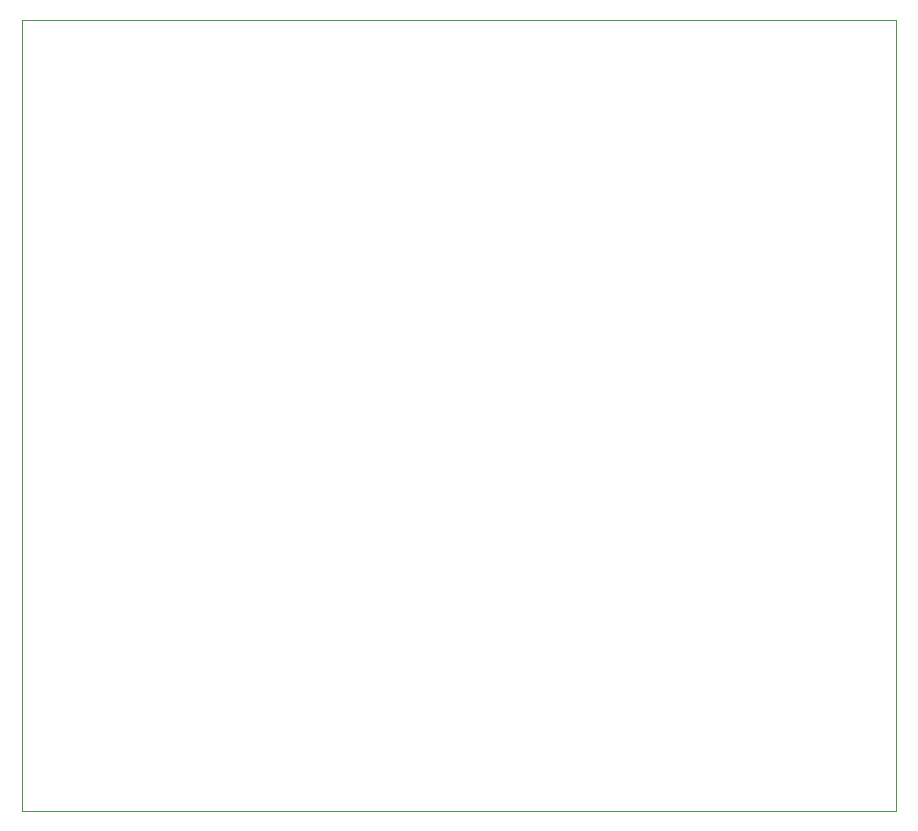
<source format=gbr>
G04 #@! TF.GenerationSoftware,KiCad,Pcbnew,(5.1.2)-1*
G04 #@! TF.CreationDate,2019-12-27T14:53:11-08:00*
G04 #@! TF.ProjectId,design,64657369-676e-42e6-9b69-6361645f7063,rev?*
G04 #@! TF.SameCoordinates,Original*
G04 #@! TF.FileFunction,Profile,NP*
%FSLAX46Y46*%
G04 Gerber Fmt 4.6, Leading zero omitted, Abs format (unit mm)*
G04 Created by KiCad (PCBNEW (5.1.2)-1) date 2019-12-27 14:53:11*
%MOMM*%
%LPD*%
G04 APERTURE LIST*
%ADD10C,0.050000*%
G04 APERTURE END LIST*
D10*
X200500000Y-30500000D02*
X126500000Y-30500000D01*
X200500000Y-97500000D02*
X200500000Y-30500000D01*
X126500000Y-97500000D02*
X200500000Y-97500000D01*
X126500000Y-30500000D02*
X126500000Y-97500000D01*
M02*

</source>
